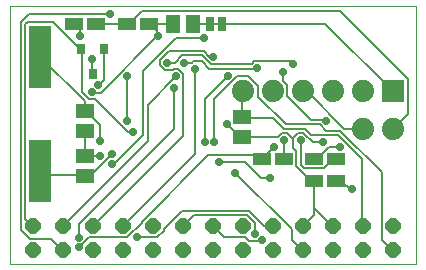
<source format=gbl>
G75*
G70*
%OFA0B0*%
%FSLAX24Y24*%
%IPPOS*%
%LPD*%
%AMOC8*
5,1,8,0,0,1.08239X$1,22.5*
%
%ADD10C,0.0000*%
%ADD11OC8,0.0515*%
%ADD12R,0.0315X0.0354*%
%ADD13R,0.0591X0.0394*%
%ADD14R,0.0512X0.0591*%
%ADD15C,0.0740*%
%ADD16R,0.0250X0.0500*%
%ADD17C,0.0080*%
%ADD18R,0.0760X0.2100*%
%ADD19R,0.0591X0.0512*%
%ADD20R,0.0740X0.0740*%
%ADD21C,0.0070*%
%ADD22OC8,0.0240*%
D10*
X000605Y000141D02*
X000605Y008718D01*
X014134Y008718D01*
X014134Y000141D01*
X000605Y000141D01*
D11*
X001355Y000581D03*
X002355Y000581D03*
X003355Y000581D03*
X004355Y000581D03*
X005355Y000581D03*
X006355Y000581D03*
X007355Y000581D03*
X008355Y000581D03*
X009355Y000581D03*
X010355Y000581D03*
X011355Y000581D03*
X012355Y000581D03*
X013355Y000581D03*
X013355Y001391D03*
X012355Y001391D03*
X011355Y001391D03*
X010355Y001391D03*
X009355Y001391D03*
X008355Y001391D03*
X007355Y001391D03*
X006355Y001391D03*
X005355Y001391D03*
X004355Y001391D03*
X003355Y001391D03*
X002355Y001391D03*
X001355Y001391D03*
D12*
X003355Y006458D03*
X003729Y007285D03*
X002981Y007285D03*
D13*
X002735Y008141D03*
X003475Y008141D03*
X004485Y008141D03*
X005225Y008141D03*
X008985Y003641D03*
X009725Y003641D03*
X010735Y003641D03*
X011475Y003641D03*
X011475Y002891D03*
X010735Y002891D03*
D14*
X006689Y008141D03*
X006020Y008141D03*
D15*
X008355Y005891D03*
X009355Y005891D03*
X010355Y005891D03*
X011355Y005891D03*
X012355Y005891D03*
X012355Y004641D03*
X013355Y004641D03*
D16*
X007680Y008141D03*
X007280Y008141D03*
D17*
X007330Y008141D02*
X007630Y008141D01*
D18*
X001605Y007041D03*
X001605Y003241D03*
D19*
X003105Y003056D03*
X003105Y003726D03*
X003105Y004556D03*
X003105Y005226D03*
X008317Y005019D03*
X008317Y004350D03*
D20*
X013355Y005891D03*
D21*
X011105Y008141D01*
X007680Y008141D01*
X007280Y008141D02*
X006689Y008141D01*
X006020Y008141D02*
X006005Y008141D01*
X005285Y008141D01*
X005225Y008141D01*
X005245Y008141D01*
X005525Y007861D01*
X005525Y007741D01*
X005505Y007721D01*
X003625Y005841D01*
X003345Y005841D01*
X003325Y005861D01*
X003245Y005621D02*
X003005Y005861D01*
X003005Y007261D01*
X002981Y007285D01*
X002965Y007301D01*
X002925Y007301D01*
X002025Y008201D01*
X001185Y008201D01*
X001105Y008121D01*
X001105Y001641D01*
X001345Y001401D01*
X001355Y001391D01*
X000965Y001261D02*
X001265Y000961D01*
X001965Y000961D01*
X002345Y000581D01*
X002355Y000581D01*
X002905Y000681D02*
X003245Y001021D01*
X004505Y001021D01*
X004985Y001501D01*
X004985Y001541D01*
X007205Y003761D01*
X009065Y003761D01*
X008985Y003641D01*
X008985Y003641D01*
X009385Y004041D01*
X009525Y004361D02*
X009665Y004501D01*
X009825Y004501D01*
X010005Y004321D01*
X010025Y004341D01*
X010185Y004501D01*
X010365Y004501D01*
X010685Y004181D01*
X011045Y004181D01*
X011225Y004041D02*
X011605Y004041D01*
X011225Y004041D02*
X010825Y003641D01*
X010745Y003641D01*
X010735Y003641D01*
X010405Y003321D02*
X010285Y003441D01*
X010285Y004261D01*
X010045Y004281D02*
X010045Y003981D01*
X010145Y003881D01*
X010145Y003381D01*
X010705Y002821D01*
X010735Y002891D01*
X010725Y002881D01*
X010725Y002001D01*
X010745Y002001D01*
X011345Y001401D01*
X011355Y001391D01*
X010725Y001761D02*
X010365Y001401D01*
X010355Y001391D01*
X009985Y001281D02*
X009985Y000941D01*
X010345Y000581D01*
X010355Y000581D01*
X009985Y001281D02*
X008105Y003161D01*
X008445Y003521D02*
X007561Y003521D01*
X006765Y003801D02*
X004365Y001401D01*
X004355Y001391D01*
X004825Y001021D02*
X005505Y001021D01*
X005725Y001241D01*
X005725Y001281D01*
X006345Y001901D01*
X008565Y001901D01*
X009065Y001401D01*
X009345Y001401D01*
X009355Y001391D01*
X008765Y001501D02*
X008765Y001141D01*
X008885Y000941D02*
X008845Y000901D01*
X008565Y000901D01*
X008445Y001021D01*
X007725Y001021D01*
X007365Y001381D01*
X007355Y001391D01*
X006725Y001761D02*
X006365Y001401D01*
X006355Y001391D01*
X006725Y001761D02*
X008505Y001761D01*
X008765Y001501D01*
X008885Y000941D02*
X009005Y000941D01*
X010725Y001761D02*
X010725Y002001D01*
X011485Y002901D02*
X012015Y002631D01*
X011485Y002901D02*
X011475Y002891D01*
X011065Y003321D02*
X010405Y003321D01*
X011065Y003321D02*
X011385Y003641D01*
X011465Y003641D01*
X011475Y003641D01*
X011545Y004421D02*
X012345Y003621D01*
X012345Y001401D01*
X012355Y001391D01*
X012985Y000941D02*
X013345Y000581D01*
X013355Y000581D01*
X012985Y000941D02*
X012985Y003181D01*
X011605Y004561D01*
X011145Y004561D01*
X010925Y004781D01*
X009785Y004781D01*
X008865Y005701D01*
X008865Y006061D01*
X008545Y006381D01*
X008165Y006381D01*
X007405Y005621D01*
X007405Y004201D01*
X007085Y004201D02*
X007085Y005621D01*
X007865Y006401D01*
X007325Y006801D02*
X007305Y006781D01*
X007005Y007081D01*
X006325Y007081D01*
X006085Y006841D01*
X005845Y006841D01*
X005765Y006601D02*
X005605Y006761D01*
X005605Y006921D01*
X005905Y007221D01*
X007065Y007221D01*
X007245Y007041D01*
X007365Y007041D01*
X007005Y006881D02*
X007245Y006641D01*
X008605Y006641D01*
X008845Y006651D01*
X008665Y006801D02*
X008745Y006881D01*
X009945Y006881D01*
X010045Y006781D01*
X009705Y006501D02*
X009695Y006511D01*
X009705Y006501D02*
X009705Y006221D01*
X009845Y006081D01*
X009845Y005721D01*
X009865Y005701D01*
X010645Y004921D01*
X011105Y004921D01*
X011125Y004901D01*
X011725Y004641D02*
X012345Y004641D01*
X012355Y004641D01*
X011725Y004641D02*
X010485Y005881D01*
X010365Y005881D01*
X010355Y005891D01*
X009365Y005001D02*
X009725Y004641D01*
X010405Y004641D01*
X010425Y004641D01*
X010645Y004421D01*
X011545Y004421D01*
X010045Y004281D02*
X010005Y004321D01*
X009745Y004261D02*
X009745Y003641D01*
X009725Y003641D01*
X009525Y004361D02*
X008345Y004361D01*
X008317Y004350D01*
X008305Y004361D01*
X008265Y004361D01*
X007825Y004801D01*
X008317Y005019D02*
X008345Y005001D01*
X009365Y005001D01*
X008325Y005021D02*
X008317Y005019D01*
X008325Y005021D02*
X008325Y005861D01*
X008345Y005881D01*
X008355Y005891D01*
X008665Y006801D02*
X007325Y006801D01*
X007005Y006881D02*
X006705Y006881D01*
X006665Y006841D01*
X006405Y006841D01*
X006205Y006621D02*
X006045Y006621D01*
X006025Y006601D01*
X005765Y006601D01*
X006125Y006381D02*
X005185Y005441D01*
X005185Y004221D01*
X002365Y001401D01*
X002355Y001391D01*
X002905Y001461D02*
X002905Y001001D01*
X003355Y001391D02*
X003365Y001401D01*
X006365Y004401D01*
X006365Y006461D01*
X006205Y006621D01*
X006765Y006621D02*
X006765Y003801D01*
X006065Y004621D02*
X002905Y001461D01*
X000965Y001261D02*
X000965Y008181D01*
X001245Y008461D01*
X003925Y008461D01*
X003485Y008141D02*
X003475Y008141D01*
X003485Y008141D02*
X004465Y008141D01*
X004485Y008141D01*
X004505Y008161D01*
X004585Y008161D01*
X004985Y008561D01*
X010365Y008561D01*
X011585Y008561D01*
X013855Y006291D01*
X013855Y005141D01*
X013355Y004641D01*
X013345Y004641D01*
X009265Y003001D02*
X008965Y003001D01*
X008445Y003521D01*
X006065Y004621D02*
X006065Y006001D01*
X005045Y006561D02*
X005045Y004441D01*
X004065Y003461D01*
X003985Y003461D01*
X003605Y003721D02*
X003125Y003721D01*
X003105Y003726D01*
X003105Y003741D01*
X003105Y004541D01*
X003105Y004556D01*
X003605Y004761D02*
X003605Y004241D01*
X003985Y003781D02*
X003265Y003061D01*
X003105Y003061D01*
X003105Y003056D01*
X003085Y003081D01*
X001765Y003081D01*
X001605Y003241D01*
X003145Y005221D02*
X003605Y004761D01*
X003145Y005221D02*
X003105Y005221D01*
X003105Y005226D01*
X003085Y005241D01*
X003085Y005561D01*
X001605Y007041D01*
X002925Y007741D02*
X002925Y007961D01*
X002745Y008141D01*
X002735Y008141D01*
X003725Y007281D02*
X003729Y007285D01*
X003725Y007281D02*
X003725Y006261D01*
X003545Y006081D01*
X003355Y006458D02*
X003345Y006461D01*
X003345Y006961D01*
X004485Y006381D02*
X004485Y004881D01*
X004525Y004521D02*
X003425Y005621D01*
X003245Y005621D01*
X004525Y004521D02*
X004685Y004521D01*
X005045Y006561D02*
X006145Y007661D01*
X007065Y007661D01*
D22*
X007065Y007661D03*
X007365Y007041D03*
X006765Y006621D03*
X006405Y006841D03*
X005845Y006841D03*
X006125Y006381D03*
X006065Y006001D03*
X004485Y006381D03*
X003545Y006081D03*
X003325Y005861D03*
X004485Y004881D03*
X004685Y004521D03*
X003605Y004241D03*
X003985Y003781D03*
X003605Y003721D03*
X003985Y003461D03*
X007085Y004201D03*
X007405Y004201D03*
X007825Y004801D03*
X009385Y004041D03*
X009745Y004261D03*
X010285Y004261D03*
X011045Y004181D03*
X011605Y004041D03*
X011125Y004901D03*
X009695Y006511D03*
X010045Y006781D03*
X008845Y006651D03*
X007865Y006401D03*
X005525Y007741D03*
X003925Y008461D03*
X002925Y007741D03*
X003345Y006961D03*
X007561Y003521D03*
X008105Y003161D03*
X009265Y003001D03*
X012015Y002631D03*
X009005Y000941D03*
X008765Y001141D03*
X004825Y001021D03*
X002905Y001001D03*
X002905Y000681D03*
M02*

</source>
